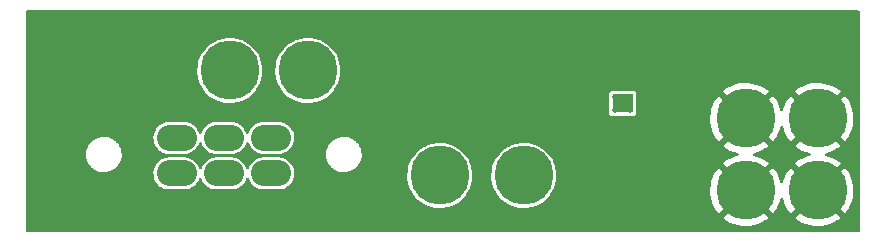
<source format=gbl>
G04 #@! TF.GenerationSoftware,KiCad,Pcbnew,6.0.8-f2edbf62ab~116~ubuntu20.04.1*
G04 #@! TF.CreationDate,2022-11-14T20:50:25-05:00*
G04 #@! TF.ProjectId,solar_lights,736f6c61-725f-46c6-9967-6874732e6b69,rev?*
G04 #@! TF.SameCoordinates,Original*
G04 #@! TF.FileFunction,Copper,L2,Bot*
G04 #@! TF.FilePolarity,Positive*
%FSLAX46Y46*%
G04 Gerber Fmt 4.6, Leading zero omitted, Abs format (unit mm)*
G04 Created by KiCad (PCBNEW 6.0.8-f2edbf62ab~116~ubuntu20.04.1) date 2022-11-14 20:50:25*
%MOMM*%
%LPD*%
G01*
G04 APERTURE LIST*
G04 #@! TA.AperFunction,ComponentPad*
%ADD10O,3.400000X2.200000*%
G04 #@! TD*
G04 #@! TA.AperFunction,ConnectorPad*
%ADD11C,5.000000*%
G04 #@! TD*
G04 #@! TA.AperFunction,ComponentPad*
%ADD12C,2.900000*%
G04 #@! TD*
G04 #@! TA.AperFunction,ComponentPad*
%ADD13C,0.500000*%
G04 #@! TD*
G04 #@! TA.AperFunction,SMDPad,CuDef*
%ADD14R,1.800000X1.600000*%
G04 #@! TD*
G04 #@! TA.AperFunction,ViaPad*
%ADD15C,0.800000*%
G04 #@! TD*
G04 APERTURE END LIST*
D10*
X142683500Y-111331000D03*
X138683500Y-111331000D03*
X134683500Y-111331000D03*
X142683500Y-108331000D03*
X138683500Y-108331000D03*
X134683500Y-108331000D03*
D11*
X164084000Y-111506000D03*
D12*
X164084000Y-111506000D03*
X145796000Y-102616000D03*
D11*
X145796000Y-102616000D03*
D12*
X139192000Y-102616000D03*
D11*
X139192000Y-102616000D03*
X188976000Y-106680000D03*
D12*
X188976000Y-106680000D03*
X182880000Y-112776000D03*
D11*
X182880000Y-112776000D03*
X182880000Y-106680000D03*
D12*
X182880000Y-106680000D03*
D13*
X173116000Y-105960000D03*
X171816000Y-105960000D03*
X171816000Y-104860000D03*
D14*
X172466000Y-105410000D03*
D13*
X173116000Y-104860000D03*
D12*
X156972000Y-111506000D03*
D11*
X156972000Y-111506000D03*
D12*
X188976000Y-112776000D03*
D11*
X188976000Y-112776000D03*
D15*
X176276000Y-101600000D03*
X174752000Y-101600000D03*
X172466000Y-109220000D03*
G04 #@! TA.AperFunction,Conductor*
G36*
X192474121Y-97556002D02*
G01*
X192520614Y-97609658D01*
X192532000Y-97662000D01*
X192532000Y-116206000D01*
X192511998Y-116274121D01*
X192458342Y-116320614D01*
X192406000Y-116332000D01*
X122046000Y-116332000D01*
X121977879Y-116311998D01*
X121931386Y-116258342D01*
X121920000Y-116206000D01*
X121920000Y-115077681D01*
X180943860Y-115077681D01*
X180943878Y-115077933D01*
X180949793Y-115086677D01*
X180981111Y-115115174D01*
X180986748Y-115119738D01*
X181262544Y-115317918D01*
X181268682Y-115321813D01*
X181565435Y-115486984D01*
X181571955Y-115490136D01*
X181885738Y-115620109D01*
X181892589Y-115622495D01*
X182219212Y-115715536D01*
X182226301Y-115717120D01*
X182561465Y-115772006D01*
X182568671Y-115772763D01*
X182907926Y-115788762D01*
X182915176Y-115788686D01*
X183254010Y-115765587D01*
X183261219Y-115764676D01*
X183595160Y-115702784D01*
X183602190Y-115701057D01*
X183926819Y-115601187D01*
X183933597Y-115598667D01*
X184244603Y-115462145D01*
X184251043Y-115458864D01*
X184544293Y-115287502D01*
X184550326Y-115283493D01*
X184808828Y-115089405D01*
X184817282Y-115078078D01*
X184817065Y-115077681D01*
X187039860Y-115077681D01*
X187039878Y-115077933D01*
X187045793Y-115086677D01*
X187077111Y-115115174D01*
X187082748Y-115119738D01*
X187358544Y-115317918D01*
X187364682Y-115321813D01*
X187661435Y-115486984D01*
X187667955Y-115490136D01*
X187981738Y-115620109D01*
X187988589Y-115622495D01*
X188315212Y-115715536D01*
X188322301Y-115717120D01*
X188657465Y-115772006D01*
X188664671Y-115772763D01*
X189003926Y-115788762D01*
X189011176Y-115788686D01*
X189350010Y-115765587D01*
X189357219Y-115764676D01*
X189691160Y-115702784D01*
X189698190Y-115701057D01*
X190022819Y-115601187D01*
X190029597Y-115598667D01*
X190340603Y-115462145D01*
X190347043Y-115458864D01*
X190640293Y-115287502D01*
X190646326Y-115283493D01*
X190904828Y-115089405D01*
X190913282Y-115078078D01*
X190906537Y-115065748D01*
X188988810Y-113148020D01*
X188974869Y-113140408D01*
X188973034Y-113140539D01*
X188966420Y-113144790D01*
X187047474Y-115063737D01*
X187039860Y-115077681D01*
X184817065Y-115077681D01*
X184810537Y-115065748D01*
X182892810Y-113148020D01*
X182878869Y-113140408D01*
X182877034Y-113140539D01*
X182870420Y-113144790D01*
X180951474Y-115063737D01*
X180943860Y-115077681D01*
X121920000Y-115077681D01*
X121920000Y-111266964D01*
X132725612Y-111266964D01*
X132734236Y-111496669D01*
X132781439Y-111721637D01*
X132865872Y-111935436D01*
X132868643Y-111940002D01*
X132979376Y-112122484D01*
X132985121Y-112131952D01*
X132988616Y-112135980D01*
X132988617Y-112135981D01*
X133071734Y-112231764D01*
X133135776Y-112305566D01*
X133139907Y-112308953D01*
X133309401Y-112447931D01*
X133309407Y-112447935D01*
X133313529Y-112451315D01*
X133318165Y-112453954D01*
X133318168Y-112453956D01*
X133435936Y-112520993D01*
X133513298Y-112565030D01*
X133639998Y-112611020D01*
X133724356Y-112641641D01*
X133724360Y-112641642D01*
X133729371Y-112643461D01*
X133734620Y-112644410D01*
X133734623Y-112644411D01*
X133814471Y-112658849D01*
X133955569Y-112684364D01*
X133959708Y-112684559D01*
X133959715Y-112684560D01*
X133978170Y-112685430D01*
X133978177Y-112685430D01*
X133979658Y-112685500D01*
X135341212Y-112685500D01*
X135420944Y-112678735D01*
X135507233Y-112671413D01*
X135507237Y-112671412D01*
X135512544Y-112670962D01*
X135517699Y-112669624D01*
X135517705Y-112669623D01*
X135729868Y-112614556D01*
X135729867Y-112614556D01*
X135735039Y-112613214D01*
X135916046Y-112531676D01*
X135939762Y-112520993D01*
X135939765Y-112520992D01*
X135944623Y-112518803D01*
X136135303Y-112390430D01*
X136301628Y-112231764D01*
X136438842Y-112047342D01*
X136463061Y-111999708D01*
X136540602Y-111847194D01*
X136540602Y-111847193D01*
X136543020Y-111842438D01*
X136562863Y-111778534D01*
X136602165Y-111719410D01*
X136667194Y-111690919D01*
X136737303Y-111702108D01*
X136790234Y-111749426D01*
X136800387Y-111769617D01*
X136817344Y-111812555D01*
X136865872Y-111935436D01*
X136868643Y-111940002D01*
X136979376Y-112122484D01*
X136985121Y-112131952D01*
X136988616Y-112135980D01*
X136988617Y-112135981D01*
X137071734Y-112231764D01*
X137135776Y-112305566D01*
X137139907Y-112308953D01*
X137309401Y-112447931D01*
X137309407Y-112447935D01*
X137313529Y-112451315D01*
X137318165Y-112453954D01*
X137318168Y-112453956D01*
X137435936Y-112520993D01*
X137513298Y-112565030D01*
X137639998Y-112611020D01*
X137724356Y-112641641D01*
X137724360Y-112641642D01*
X137729371Y-112643461D01*
X137734620Y-112644410D01*
X137734623Y-112644411D01*
X137814471Y-112658849D01*
X137955569Y-112684364D01*
X137959708Y-112684559D01*
X137959715Y-112684560D01*
X137978170Y-112685430D01*
X137978177Y-112685430D01*
X137979658Y-112685500D01*
X139341212Y-112685500D01*
X139420944Y-112678735D01*
X139507233Y-112671413D01*
X139507237Y-112671412D01*
X139512544Y-112670962D01*
X139517699Y-112669624D01*
X139517705Y-112669623D01*
X139729868Y-112614556D01*
X139729867Y-112614556D01*
X139735039Y-112613214D01*
X139916046Y-112531676D01*
X139939762Y-112520993D01*
X139939765Y-112520992D01*
X139944623Y-112518803D01*
X140135303Y-112390430D01*
X140301628Y-112231764D01*
X140438842Y-112047342D01*
X140463061Y-111999708D01*
X140540602Y-111847194D01*
X140540602Y-111847193D01*
X140543020Y-111842438D01*
X140562863Y-111778534D01*
X140602165Y-111719410D01*
X140667194Y-111690919D01*
X140737303Y-111702108D01*
X140790234Y-111749426D01*
X140800387Y-111769617D01*
X140817344Y-111812555D01*
X140865872Y-111935436D01*
X140868643Y-111940002D01*
X140979376Y-112122484D01*
X140985121Y-112131952D01*
X140988616Y-112135980D01*
X140988617Y-112135981D01*
X141071734Y-112231764D01*
X141135776Y-112305566D01*
X141139907Y-112308953D01*
X141309401Y-112447931D01*
X141309407Y-112447935D01*
X141313529Y-112451315D01*
X141318165Y-112453954D01*
X141318168Y-112453956D01*
X141435936Y-112520993D01*
X141513298Y-112565030D01*
X141639998Y-112611020D01*
X141724356Y-112641641D01*
X141724360Y-112641642D01*
X141729371Y-112643461D01*
X141734620Y-112644410D01*
X141734623Y-112644411D01*
X141814471Y-112658849D01*
X141955569Y-112684364D01*
X141959708Y-112684559D01*
X141959715Y-112684560D01*
X141978170Y-112685430D01*
X141978177Y-112685430D01*
X141979658Y-112685500D01*
X143341212Y-112685500D01*
X143420944Y-112678735D01*
X143507233Y-112671413D01*
X143507237Y-112671412D01*
X143512544Y-112670962D01*
X143517699Y-112669624D01*
X143517705Y-112669623D01*
X143729868Y-112614556D01*
X143729867Y-112614556D01*
X143735039Y-112613214D01*
X143916046Y-112531676D01*
X143939762Y-112520993D01*
X143939765Y-112520992D01*
X143944623Y-112518803D01*
X144135303Y-112390430D01*
X144301628Y-112231764D01*
X144438842Y-112047342D01*
X144463061Y-111999708D01*
X144540602Y-111847194D01*
X144540602Y-111847193D01*
X144543020Y-111842438D01*
X144611185Y-111622911D01*
X144630511Y-111477103D01*
X154212616Y-111477103D01*
X154212805Y-111480895D01*
X154227179Y-111769617D01*
X154229130Y-111808816D01*
X154229771Y-111812547D01*
X154229772Y-111812555D01*
X154281020Y-112110796D01*
X154285375Y-112136142D01*
X154286463Y-112139781D01*
X154286464Y-112139784D01*
X154362315Y-112393410D01*
X154380537Y-112454341D01*
X154382050Y-112457812D01*
X154382052Y-112457818D01*
X154473425Y-112667462D01*
X154513236Y-112758803D01*
X154515159Y-112762074D01*
X154515161Y-112762078D01*
X154679629Y-113041847D01*
X154679634Y-113041855D01*
X154681552Y-113045117D01*
X154883046Y-113309137D01*
X154885694Y-113311856D01*
X154885699Y-113311861D01*
X155112152Y-113544322D01*
X155114798Y-113547038D01*
X155117742Y-113549409D01*
X155117745Y-113549412D01*
X155188810Y-113606652D01*
X155373453Y-113755374D01*
X155655264Y-113931127D01*
X155956147Y-114071751D01*
X156271746Y-114175209D01*
X156597488Y-114240003D01*
X156601261Y-114240290D01*
X156601268Y-114240291D01*
X156924878Y-114264908D01*
X156924883Y-114264908D01*
X156928655Y-114265195D01*
X157260450Y-114250418D01*
X157588067Y-114195888D01*
X157591701Y-114194822D01*
X157591705Y-114194821D01*
X157733975Y-114153083D01*
X157906759Y-114102393D01*
X158211912Y-113971290D01*
X158499103Y-113804475D01*
X158764175Y-113604367D01*
X159003286Y-113373863D01*
X159008090Y-113367963D01*
X159210582Y-113119239D01*
X159210583Y-113119238D01*
X159212973Y-113116302D01*
X159214995Y-113113098D01*
X159388176Y-112838623D01*
X159388179Y-112838617D01*
X159390199Y-112835416D01*
X159532397Y-112535273D01*
X159637506Y-112220220D01*
X159704005Y-111894822D01*
X159730930Y-111563791D01*
X159731535Y-111506000D01*
X159730973Y-111496669D01*
X159729793Y-111477103D01*
X161324616Y-111477103D01*
X161324805Y-111480895D01*
X161339179Y-111769617D01*
X161341130Y-111808816D01*
X161341771Y-111812547D01*
X161341772Y-111812555D01*
X161393020Y-112110796D01*
X161397375Y-112136142D01*
X161398463Y-112139781D01*
X161398464Y-112139784D01*
X161474315Y-112393410D01*
X161492537Y-112454341D01*
X161494050Y-112457812D01*
X161494052Y-112457818D01*
X161585425Y-112667462D01*
X161625236Y-112758803D01*
X161627159Y-112762074D01*
X161627161Y-112762078D01*
X161791629Y-113041847D01*
X161791634Y-113041855D01*
X161793552Y-113045117D01*
X161995046Y-113309137D01*
X161997694Y-113311856D01*
X161997699Y-113311861D01*
X162224152Y-113544322D01*
X162226798Y-113547038D01*
X162229742Y-113549409D01*
X162229745Y-113549412D01*
X162300810Y-113606652D01*
X162485453Y-113755374D01*
X162767264Y-113931127D01*
X163068147Y-114071751D01*
X163383746Y-114175209D01*
X163709488Y-114240003D01*
X163713261Y-114240290D01*
X163713268Y-114240291D01*
X164036878Y-114264908D01*
X164036883Y-114264908D01*
X164040655Y-114265195D01*
X164372450Y-114250418D01*
X164700067Y-114195888D01*
X164703701Y-114194822D01*
X164703705Y-114194821D01*
X164845975Y-114153083D01*
X165018759Y-114102393D01*
X165323912Y-113971290D01*
X165611103Y-113804475D01*
X165876175Y-113604367D01*
X166115286Y-113373863D01*
X166120090Y-113367963D01*
X166322582Y-113119239D01*
X166322583Y-113119238D01*
X166324973Y-113116302D01*
X166326995Y-113113098D01*
X166500176Y-112838623D01*
X166500179Y-112838617D01*
X166502199Y-112835416D01*
X166573467Y-112684987D01*
X179868484Y-112684987D01*
X179877374Y-113024505D01*
X179877980Y-113031721D01*
X179925835Y-113367963D01*
X179927269Y-113375074D01*
X180013455Y-113703595D01*
X180015692Y-113710478D01*
X180139064Y-114026914D01*
X180142081Y-114033503D01*
X180301002Y-114333652D01*
X180304761Y-114339860D01*
X180497129Y-114619757D01*
X180501574Y-114625486D01*
X180568743Y-114702484D01*
X180581917Y-114710888D01*
X180591769Y-114705020D01*
X182507980Y-112788810D01*
X182514357Y-112777131D01*
X183244408Y-112777131D01*
X183244539Y-112778966D01*
X183248790Y-112785580D01*
X185166268Y-114703057D01*
X185179622Y-114710349D01*
X185189594Y-114703295D01*
X185296641Y-114575267D01*
X185300957Y-114569456D01*
X185487432Y-114285575D01*
X185491046Y-114279313D01*
X185643658Y-113975882D01*
X185646530Y-113969244D01*
X185763249Y-113650293D01*
X185765348Y-113643338D01*
X185805121Y-113477676D01*
X185840473Y-113416107D01*
X185903499Y-113383425D01*
X185974190Y-113390006D01*
X186030102Y-113433760D01*
X186049515Y-113475118D01*
X186109454Y-113703590D01*
X186111692Y-113710478D01*
X186235064Y-114026914D01*
X186238081Y-114033503D01*
X186397002Y-114333652D01*
X186400761Y-114339860D01*
X186593129Y-114619757D01*
X186597574Y-114625486D01*
X186664743Y-114702484D01*
X186677917Y-114710888D01*
X186687769Y-114705020D01*
X188603980Y-112788810D01*
X188610357Y-112777131D01*
X189340408Y-112777131D01*
X189340539Y-112778966D01*
X189344790Y-112785580D01*
X191262268Y-114703057D01*
X191275622Y-114710349D01*
X191285594Y-114703295D01*
X191392641Y-114575267D01*
X191396957Y-114569456D01*
X191583432Y-114285575D01*
X191587046Y-114279313D01*
X191739658Y-113975882D01*
X191742530Y-113969244D01*
X191859249Y-113650293D01*
X191861345Y-113643351D01*
X191940631Y-113313103D01*
X191941915Y-113305964D01*
X191982816Y-112967973D01*
X191983240Y-112962403D01*
X191989010Y-112778797D01*
X191988937Y-112773204D01*
X191969338Y-112433303D01*
X191968506Y-112426113D01*
X191910113Y-112091529D01*
X191908458Y-112084474D01*
X191811998Y-111758834D01*
X191809540Y-111752006D01*
X191676290Y-111439608D01*
X191673073Y-111433125D01*
X191504788Y-111138089D01*
X191500856Y-111132034D01*
X191299774Y-110858295D01*
X191295166Y-110852726D01*
X191289830Y-110846984D01*
X191276178Y-110838866D01*
X191275570Y-110838887D01*
X191267092Y-110844119D01*
X189348020Y-112763190D01*
X189340408Y-112777131D01*
X188610357Y-112777131D01*
X188611592Y-112774869D01*
X188611461Y-112773034D01*
X188607210Y-112766420D01*
X186688374Y-110847585D01*
X186675581Y-110840599D01*
X186664827Y-110848464D01*
X186504037Y-111053527D01*
X186499902Y-111059476D01*
X186322440Y-111349068D01*
X186319019Y-111355447D01*
X186176016Y-111663522D01*
X186173356Y-111670241D01*
X186066711Y-111992707D01*
X186064835Y-111999708D01*
X186052383Y-112059835D01*
X186018982Y-112122484D01*
X185957013Y-112157130D01*
X185886150Y-112152773D01*
X185828892Y-112110796D01*
X185808190Y-112070069D01*
X185715998Y-111758834D01*
X185713540Y-111752006D01*
X185580290Y-111439608D01*
X185577073Y-111433125D01*
X185408788Y-111138089D01*
X185404856Y-111132034D01*
X185203774Y-110858295D01*
X185199166Y-110852726D01*
X185193830Y-110846984D01*
X185180178Y-110838866D01*
X185179570Y-110838887D01*
X185171092Y-110844119D01*
X183252020Y-112763190D01*
X183244408Y-112777131D01*
X182514357Y-112777131D01*
X182515592Y-112774869D01*
X182515461Y-112773034D01*
X182511210Y-112766420D01*
X180592374Y-110847585D01*
X180579581Y-110840599D01*
X180568827Y-110848464D01*
X180408037Y-111053527D01*
X180403902Y-111059476D01*
X180226440Y-111349068D01*
X180223019Y-111355447D01*
X180080016Y-111663522D01*
X180077356Y-111670241D01*
X179970711Y-111992707D01*
X179968834Y-111999711D01*
X179899961Y-112332288D01*
X179898904Y-112339449D01*
X179868712Y-112677735D01*
X179868484Y-112684987D01*
X166573467Y-112684987D01*
X166644397Y-112535273D01*
X166749506Y-112220220D01*
X166816005Y-111894822D01*
X166842930Y-111563791D01*
X166843535Y-111506000D01*
X166842973Y-111496669D01*
X166823777Y-111178256D01*
X166823777Y-111178252D01*
X166823549Y-111174478D01*
X166822852Y-111170662D01*
X166764559Y-110851481D01*
X166764558Y-110851477D01*
X166763879Y-110847759D01*
X166755177Y-110819732D01*
X166692976Y-110619413D01*
X166665391Y-110530574D01*
X166654913Y-110507203D01*
X166571969Y-110322214D01*
X166529510Y-110227518D01*
X166358205Y-109942982D01*
X166355878Y-109939998D01*
X166355873Y-109939991D01*
X166156294Y-109684082D01*
X166156292Y-109684079D01*
X166153958Y-109681087D01*
X165919726Y-109445626D01*
X165898865Y-109429180D01*
X165661885Y-109242360D01*
X165658904Y-109240010D01*
X165375269Y-109067218D01*
X165212926Y-108993405D01*
X165187141Y-108981681D01*
X180943860Y-108981681D01*
X180943878Y-108981933D01*
X180949793Y-108990677D01*
X180981111Y-109019174D01*
X180986748Y-109023738D01*
X181262544Y-109221918D01*
X181268682Y-109225813D01*
X181565435Y-109390984D01*
X181571955Y-109394136D01*
X181885738Y-109524109D01*
X181892589Y-109526495D01*
X182177758Y-109607727D01*
X182237793Y-109645626D01*
X182267807Y-109709966D01*
X182258272Y-109780319D01*
X182212215Y-109834349D01*
X182170081Y-109852014D01*
X182073264Y-109873124D01*
X182066285Y-109875072D01*
X181744960Y-109985086D01*
X181738253Y-109987823D01*
X181431707Y-110134039D01*
X181425349Y-110137534D01*
X181137654Y-110318005D01*
X181131731Y-110322214D01*
X180953601Y-110464923D01*
X180945132Y-110477048D01*
X180951527Y-110488316D01*
X182086121Y-111622911D01*
X182867190Y-112403980D01*
X182881131Y-112411592D01*
X182882966Y-112411461D01*
X182889580Y-112407210D01*
X184807074Y-110489716D01*
X184814466Y-110476179D01*
X184807679Y-110466479D01*
X184704476Y-110378335D01*
X184698704Y-110373953D01*
X184416796Y-110184519D01*
X184410575Y-110180839D01*
X184108757Y-110025060D01*
X184102146Y-110022116D01*
X183784439Y-109902065D01*
X183777513Y-109899894D01*
X183589098Y-109852568D01*
X183527902Y-109816573D01*
X183495881Y-109753208D01*
X183503201Y-109682590D01*
X183547539Y-109627139D01*
X183591857Y-109608560D01*
X183591633Y-109607650D01*
X183602190Y-109605057D01*
X183926819Y-109505187D01*
X183933597Y-109502667D01*
X184244603Y-109366145D01*
X184251043Y-109362864D01*
X184544293Y-109191502D01*
X184550326Y-109187493D01*
X184808828Y-108993405D01*
X184817282Y-108982078D01*
X184817065Y-108981681D01*
X187039860Y-108981681D01*
X187039878Y-108981933D01*
X187045793Y-108990677D01*
X187077111Y-109019174D01*
X187082748Y-109023738D01*
X187358544Y-109221918D01*
X187364682Y-109225813D01*
X187661435Y-109390984D01*
X187667955Y-109394136D01*
X187981738Y-109524109D01*
X187988589Y-109526495D01*
X188273758Y-109607727D01*
X188333793Y-109645626D01*
X188363807Y-109709966D01*
X188354272Y-109780319D01*
X188308215Y-109834349D01*
X188266081Y-109852014D01*
X188169264Y-109873124D01*
X188162285Y-109875072D01*
X187840960Y-109985086D01*
X187834253Y-109987823D01*
X187527707Y-110134039D01*
X187521349Y-110137534D01*
X187233654Y-110318005D01*
X187227731Y-110322214D01*
X187049601Y-110464923D01*
X187041132Y-110477048D01*
X187047527Y-110488316D01*
X188963190Y-112403980D01*
X188977131Y-112411592D01*
X188978966Y-112411461D01*
X188985580Y-112407210D01*
X190903074Y-110489716D01*
X190910466Y-110476179D01*
X190903679Y-110466479D01*
X190800476Y-110378335D01*
X190794704Y-110373953D01*
X190512796Y-110184519D01*
X190506575Y-110180839D01*
X190204757Y-110025060D01*
X190198146Y-110022116D01*
X189880439Y-109902065D01*
X189873513Y-109899894D01*
X189685098Y-109852568D01*
X189623902Y-109816573D01*
X189591881Y-109753208D01*
X189599201Y-109682590D01*
X189643539Y-109627139D01*
X189687857Y-109608560D01*
X189687633Y-109607650D01*
X189698190Y-109605057D01*
X190022819Y-109505187D01*
X190029597Y-109502667D01*
X190340603Y-109366145D01*
X190347043Y-109362864D01*
X190640293Y-109191502D01*
X190646326Y-109187493D01*
X190904828Y-108993405D01*
X190913282Y-108982078D01*
X190906537Y-108969748D01*
X188988810Y-107052020D01*
X188974869Y-107044408D01*
X188973034Y-107044539D01*
X188966420Y-107048790D01*
X187047474Y-108967737D01*
X187039860Y-108981681D01*
X184817065Y-108981681D01*
X184810537Y-108969748D01*
X182892810Y-107052020D01*
X182878869Y-107044408D01*
X182877034Y-107044539D01*
X182870420Y-107048790D01*
X180951474Y-108967737D01*
X180943860Y-108981681D01*
X165187141Y-108981681D01*
X165076381Y-108931321D01*
X165076373Y-108931318D01*
X165072929Y-108929752D01*
X164756264Y-108829604D01*
X164526465Y-108786391D01*
X164433585Y-108768925D01*
X164433580Y-108768924D01*
X164429861Y-108768225D01*
X164098449Y-108746503D01*
X164094669Y-108746711D01*
X164094668Y-108746711D01*
X163999655Y-108751940D01*
X163766827Y-108764753D01*
X163763100Y-108765414D01*
X163763096Y-108765414D01*
X163504396Y-108811263D01*
X163439799Y-108822711D01*
X163436174Y-108823816D01*
X163436169Y-108823817D01*
X163308730Y-108862658D01*
X163122103Y-108919538D01*
X162818341Y-109053830D01*
X162687029Y-109131952D01*
X162561328Y-109206736D01*
X162532911Y-109223642D01*
X162529910Y-109225957D01*
X162529906Y-109225960D01*
X162514255Y-109238035D01*
X162269950Y-109426515D01*
X162267249Y-109429174D01*
X162267242Y-109429180D01*
X162066150Y-109627139D01*
X162033266Y-109659511D01*
X162030902Y-109662478D01*
X162030899Y-109662481D01*
X161861493Y-109875072D01*
X161826287Y-109919253D01*
X161652012Y-110201980D01*
X161512965Y-110503596D01*
X161411161Y-110819732D01*
X161410442Y-110823448D01*
X161410440Y-110823456D01*
X161349614Y-111137842D01*
X161348073Y-111145808D01*
X161347806Y-111149584D01*
X161347805Y-111149589D01*
X161327730Y-111433125D01*
X161324616Y-111477103D01*
X159729793Y-111477103D01*
X159711777Y-111178256D01*
X159711777Y-111178252D01*
X159711549Y-111174478D01*
X159710852Y-111170662D01*
X159652559Y-110851481D01*
X159652558Y-110851477D01*
X159651879Y-110847759D01*
X159643177Y-110819732D01*
X159580976Y-110619413D01*
X159553391Y-110530574D01*
X159542913Y-110507203D01*
X159459969Y-110322214D01*
X159417510Y-110227518D01*
X159246205Y-109942982D01*
X159243878Y-109939998D01*
X159243873Y-109939991D01*
X159044294Y-109684082D01*
X159044292Y-109684079D01*
X159041958Y-109681087D01*
X158807726Y-109445626D01*
X158786865Y-109429180D01*
X158549885Y-109242360D01*
X158546904Y-109240010D01*
X158263269Y-109067218D01*
X158100926Y-108993405D01*
X157964381Y-108931321D01*
X157964373Y-108931318D01*
X157960929Y-108929752D01*
X157644264Y-108829604D01*
X157414465Y-108786391D01*
X157321585Y-108768925D01*
X157321580Y-108768924D01*
X157317861Y-108768225D01*
X156986449Y-108746503D01*
X156982669Y-108746711D01*
X156982668Y-108746711D01*
X156887655Y-108751940D01*
X156654827Y-108764753D01*
X156651100Y-108765414D01*
X156651096Y-108765414D01*
X156392396Y-108811263D01*
X156327799Y-108822711D01*
X156324174Y-108823816D01*
X156324169Y-108823817D01*
X156196730Y-108862658D01*
X156010103Y-108919538D01*
X155706341Y-109053830D01*
X155575029Y-109131952D01*
X155449328Y-109206736D01*
X155420911Y-109223642D01*
X155417910Y-109225957D01*
X155417906Y-109225960D01*
X155402255Y-109238035D01*
X155157950Y-109426515D01*
X155155249Y-109429174D01*
X155155242Y-109429180D01*
X154954150Y-109627139D01*
X154921266Y-109659511D01*
X154918902Y-109662478D01*
X154918899Y-109662481D01*
X154749493Y-109875072D01*
X154714287Y-109919253D01*
X154540012Y-110201980D01*
X154400965Y-110503596D01*
X154299161Y-110819732D01*
X154298442Y-110823448D01*
X154298440Y-110823456D01*
X154237614Y-111137842D01*
X154236073Y-111145808D01*
X154235806Y-111149584D01*
X154235805Y-111149589D01*
X154215730Y-111433125D01*
X154212616Y-111477103D01*
X144630511Y-111477103D01*
X144631013Y-111473314D01*
X144640688Y-111400319D01*
X144640688Y-111400316D01*
X144641388Y-111395036D01*
X144632764Y-111165331D01*
X144585561Y-110940363D01*
X144501128Y-110726564D01*
X144381879Y-110530048D01*
X144358925Y-110503596D01*
X144234724Y-110360467D01*
X144234722Y-110360465D01*
X144231224Y-110356434D01*
X144132215Y-110275251D01*
X144057599Y-110214069D01*
X144057593Y-110214065D01*
X144053471Y-110210685D01*
X144048835Y-110208046D01*
X144048832Y-110208044D01*
X143858345Y-110099613D01*
X143858346Y-110099613D01*
X143853702Y-110096970D01*
X143717261Y-110047444D01*
X143642644Y-110020359D01*
X143642640Y-110020358D01*
X143637629Y-110018539D01*
X143632380Y-110017590D01*
X143632377Y-110017589D01*
X143552529Y-110003151D01*
X143411431Y-109977636D01*
X143407292Y-109977441D01*
X143407285Y-109977440D01*
X143388830Y-109976570D01*
X143388823Y-109976570D01*
X143387342Y-109976500D01*
X142025788Y-109976500D01*
X141946056Y-109983265D01*
X141859767Y-109990587D01*
X141859763Y-109990588D01*
X141854456Y-109991038D01*
X141849301Y-109992376D01*
X141849295Y-109992377D01*
X141719544Y-110026054D01*
X141631961Y-110048786D01*
X141524997Y-110096970D01*
X141427238Y-110141007D01*
X141427235Y-110141008D01*
X141422377Y-110143197D01*
X141231697Y-110271570D01*
X141227840Y-110275249D01*
X141227838Y-110275251D01*
X141178608Y-110322214D01*
X141065372Y-110430236D01*
X140928158Y-110614658D01*
X140925742Y-110619409D01*
X140925740Y-110619413D01*
X140844166Y-110779858D01*
X140823980Y-110819562D01*
X140813683Y-110852726D01*
X140804138Y-110883465D01*
X140764835Y-110942590D01*
X140699806Y-110971081D01*
X140629697Y-110959892D01*
X140576766Y-110912574D01*
X140566613Y-110892383D01*
X140503089Y-110731530D01*
X140501128Y-110726564D01*
X140381879Y-110530048D01*
X140358925Y-110503596D01*
X140234724Y-110360467D01*
X140234722Y-110360465D01*
X140231224Y-110356434D01*
X140132215Y-110275251D01*
X140057599Y-110214069D01*
X140057593Y-110214065D01*
X140053471Y-110210685D01*
X140048835Y-110208046D01*
X140048832Y-110208044D01*
X139858345Y-110099613D01*
X139858346Y-110099613D01*
X139853702Y-110096970D01*
X139717261Y-110047444D01*
X139642644Y-110020359D01*
X139642640Y-110020358D01*
X139637629Y-110018539D01*
X139632380Y-110017590D01*
X139632377Y-110017589D01*
X139552529Y-110003151D01*
X139411431Y-109977636D01*
X139407292Y-109977441D01*
X139407285Y-109977440D01*
X139388830Y-109976570D01*
X139388823Y-109976570D01*
X139387342Y-109976500D01*
X138025788Y-109976500D01*
X137946056Y-109983265D01*
X137859767Y-109990587D01*
X137859763Y-109990588D01*
X137854456Y-109991038D01*
X137849301Y-109992376D01*
X137849295Y-109992377D01*
X137719544Y-110026054D01*
X137631961Y-110048786D01*
X137524997Y-110096970D01*
X137427238Y-110141007D01*
X137427235Y-110141008D01*
X137422377Y-110143197D01*
X137231697Y-110271570D01*
X137227840Y-110275249D01*
X137227838Y-110275251D01*
X137178608Y-110322214D01*
X137065372Y-110430236D01*
X136928158Y-110614658D01*
X136925742Y-110619409D01*
X136925740Y-110619413D01*
X136844166Y-110779858D01*
X136823980Y-110819562D01*
X136813683Y-110852726D01*
X136804138Y-110883465D01*
X136764835Y-110942590D01*
X136699806Y-110971081D01*
X136629697Y-110959892D01*
X136576766Y-110912574D01*
X136566613Y-110892383D01*
X136503089Y-110731530D01*
X136501128Y-110726564D01*
X136381879Y-110530048D01*
X136358925Y-110503596D01*
X136234724Y-110360467D01*
X136234722Y-110360465D01*
X136231224Y-110356434D01*
X136132215Y-110275251D01*
X136057599Y-110214069D01*
X136057593Y-110214065D01*
X136053471Y-110210685D01*
X136048835Y-110208046D01*
X136048832Y-110208044D01*
X135858345Y-110099613D01*
X135858346Y-110099613D01*
X135853702Y-110096970D01*
X135717261Y-110047444D01*
X135642644Y-110020359D01*
X135642640Y-110020358D01*
X135637629Y-110018539D01*
X135632380Y-110017590D01*
X135632377Y-110017589D01*
X135552529Y-110003151D01*
X135411431Y-109977636D01*
X135407292Y-109977441D01*
X135407285Y-109977440D01*
X135388830Y-109976570D01*
X135388823Y-109976570D01*
X135387342Y-109976500D01*
X134025788Y-109976500D01*
X133946056Y-109983265D01*
X133859767Y-109990587D01*
X133859763Y-109990588D01*
X133854456Y-109991038D01*
X133849301Y-109992376D01*
X133849295Y-109992377D01*
X133719544Y-110026054D01*
X133631961Y-110048786D01*
X133524997Y-110096970D01*
X133427238Y-110141007D01*
X133427235Y-110141008D01*
X133422377Y-110143197D01*
X133231697Y-110271570D01*
X133227840Y-110275249D01*
X133227838Y-110275251D01*
X133178608Y-110322214D01*
X133065372Y-110430236D01*
X132928158Y-110614658D01*
X132925742Y-110619409D01*
X132925740Y-110619413D01*
X132844166Y-110779858D01*
X132823980Y-110819562D01*
X132755815Y-111039089D01*
X132755114Y-111044378D01*
X132730331Y-111231363D01*
X132725612Y-111266964D01*
X121920000Y-111266964D01*
X121920000Y-109780677D01*
X127015524Y-109780677D01*
X127043351Y-110021176D01*
X127044730Y-110026050D01*
X127044731Y-110026054D01*
X127096229Y-110208044D01*
X127109271Y-110254133D01*
X127111406Y-110258712D01*
X127111407Y-110258714D01*
X127139055Y-110318005D01*
X127211589Y-110473553D01*
X127214430Y-110477734D01*
X127214431Y-110477735D01*
X127249172Y-110528854D01*
X127248556Y-110529272D01*
X127249720Y-110530420D01*
X127249905Y-110530281D01*
X127249935Y-110530321D01*
X127250597Y-110531203D01*
X127250797Y-110531482D01*
X127250834Y-110531519D01*
X127252393Y-110533595D01*
X127253809Y-110535679D01*
X127253898Y-110535820D01*
X127254035Y-110536011D01*
X127347671Y-110673793D01*
X127351148Y-110677470D01*
X127351153Y-110677476D01*
X127396137Y-110725044D01*
X127395584Y-110725567D01*
X127397601Y-110726994D01*
X127398083Y-110727636D01*
X127401809Y-110731197D01*
X127402140Y-110731570D01*
X127405516Y-110734963D01*
X127447972Y-110779858D01*
X127514018Y-110849699D01*
X127518035Y-110852770D01*
X127518038Y-110852773D01*
X127572578Y-110894472D01*
X127573084Y-110894870D01*
X127576468Y-110898104D01*
X127580740Y-110901018D01*
X127581645Y-110901636D01*
X127587166Y-110905626D01*
X127702327Y-110993674D01*
X127702338Y-110993681D01*
X127706348Y-110996747D01*
X127770786Y-111031298D01*
X127773421Y-111032754D01*
X127776029Y-111034236D01*
X127780300Y-111037149D01*
X127784986Y-111039324D01*
X127784989Y-111039326D01*
X127787427Y-111040458D01*
X127793912Y-111043699D01*
X127919715Y-111111153D01*
X127980359Y-111132034D01*
X127991084Y-111135727D01*
X127994543Y-111137121D01*
X127994561Y-111137071D01*
X127999403Y-111138853D01*
X128004104Y-111141035D01*
X128012723Y-111143425D01*
X128020036Y-111145697D01*
X128148629Y-111189975D01*
X128153618Y-111190837D01*
X128153619Y-111190837D01*
X128227145Y-111203537D01*
X128232988Y-111204848D01*
X128236888Y-111205592D01*
X128241871Y-111206974D01*
X128251403Y-111207993D01*
X128259428Y-111209113D01*
X128387200Y-111231183D01*
X128391161Y-111231363D01*
X128391162Y-111231363D01*
X128414784Y-111232436D01*
X128414803Y-111232436D01*
X128416203Y-111232500D01*
X128584841Y-111232500D01*
X128587349Y-111232298D01*
X128587354Y-111232298D01*
X128760283Y-111218385D01*
X128760288Y-111218384D01*
X128765324Y-111217979D01*
X128770232Y-111216774D01*
X128770235Y-111216773D01*
X128995525Y-111161436D01*
X129000439Y-111160229D01*
X129005091Y-111158254D01*
X129005095Y-111158253D01*
X129218642Y-111067607D01*
X129218643Y-111067607D01*
X129223297Y-111065631D01*
X129428163Y-110936620D01*
X129609768Y-110776514D01*
X129763439Y-110589432D01*
X129835905Y-110464923D01*
X129882680Y-110384556D01*
X129882681Y-110384554D01*
X129885222Y-110380188D01*
X129909092Y-110318005D01*
X129970169Y-110158894D01*
X129970170Y-110158891D01*
X129971984Y-110154165D01*
X130021493Y-109917177D01*
X130022180Y-109902065D01*
X130026728Y-109801888D01*
X130027691Y-109780677D01*
X147335524Y-109780677D01*
X147363351Y-110021176D01*
X147364730Y-110026050D01*
X147364731Y-110026054D01*
X147416229Y-110208044D01*
X147429271Y-110254133D01*
X147431406Y-110258712D01*
X147431407Y-110258714D01*
X147459055Y-110318005D01*
X147531589Y-110473553D01*
X147534430Y-110477734D01*
X147534431Y-110477735D01*
X147569172Y-110528854D01*
X147568556Y-110529272D01*
X147569720Y-110530420D01*
X147569905Y-110530281D01*
X147569935Y-110530321D01*
X147570597Y-110531203D01*
X147570797Y-110531482D01*
X147570834Y-110531519D01*
X147572393Y-110533595D01*
X147573809Y-110535679D01*
X147573898Y-110535820D01*
X147574035Y-110536011D01*
X147667671Y-110673793D01*
X147671148Y-110677470D01*
X147671153Y-110677476D01*
X147716137Y-110725044D01*
X147715584Y-110725567D01*
X147717601Y-110726994D01*
X147718083Y-110727636D01*
X147721809Y-110731197D01*
X147722140Y-110731570D01*
X147725516Y-110734963D01*
X147767972Y-110779858D01*
X147834018Y-110849699D01*
X147838035Y-110852770D01*
X147838038Y-110852773D01*
X147892578Y-110894472D01*
X147893084Y-110894870D01*
X147896468Y-110898104D01*
X147900740Y-110901018D01*
X147901645Y-110901636D01*
X147907166Y-110905626D01*
X148022327Y-110993674D01*
X148022338Y-110993681D01*
X148026348Y-110996747D01*
X148090786Y-111031298D01*
X148093421Y-111032754D01*
X148096029Y-111034236D01*
X148100300Y-111037149D01*
X148104986Y-111039324D01*
X148104989Y-111039326D01*
X148107427Y-111040458D01*
X148113912Y-111043699D01*
X148239715Y-111111153D01*
X148300359Y-111132034D01*
X148311084Y-111135727D01*
X148314543Y-111137121D01*
X148314561Y-111137071D01*
X148319403Y-111138853D01*
X148324104Y-111141035D01*
X148332723Y-111143425D01*
X148340036Y-111145697D01*
X148468629Y-111189975D01*
X148473618Y-111190837D01*
X148473619Y-111190837D01*
X148547145Y-111203537D01*
X148552988Y-111204848D01*
X148556888Y-111205592D01*
X148561871Y-111206974D01*
X148571403Y-111207993D01*
X148579428Y-111209113D01*
X148707200Y-111231183D01*
X148711161Y-111231363D01*
X148711162Y-111231363D01*
X148734784Y-111232436D01*
X148734803Y-111232436D01*
X148736203Y-111232500D01*
X148904841Y-111232500D01*
X148907349Y-111232298D01*
X148907354Y-111232298D01*
X149080283Y-111218385D01*
X149080288Y-111218384D01*
X149085324Y-111217979D01*
X149090232Y-111216774D01*
X149090235Y-111216773D01*
X149315525Y-111161436D01*
X149320439Y-111160229D01*
X149325091Y-111158254D01*
X149325095Y-111158253D01*
X149538642Y-111067607D01*
X149538643Y-111067607D01*
X149543297Y-111065631D01*
X149748163Y-110936620D01*
X149929768Y-110776514D01*
X150083439Y-110589432D01*
X150155905Y-110464923D01*
X150202680Y-110384556D01*
X150202681Y-110384554D01*
X150205222Y-110380188D01*
X150229092Y-110318005D01*
X150290169Y-110158894D01*
X150290170Y-110158891D01*
X150291984Y-110154165D01*
X150341493Y-109917177D01*
X150342180Y-109902065D01*
X150346728Y-109801888D01*
X150352476Y-109675323D01*
X150351817Y-109669623D01*
X150332499Y-109502667D01*
X150324649Y-109434824D01*
X150313136Y-109394136D01*
X150260107Y-109206736D01*
X150260106Y-109206734D01*
X150258729Y-109201867D01*
X150156411Y-108982447D01*
X150118828Y-108927146D01*
X150119444Y-108926728D01*
X150118280Y-108925580D01*
X150118095Y-108925719D01*
X150117991Y-108925580D01*
X150117403Y-108924797D01*
X150117203Y-108924518D01*
X150117166Y-108924481D01*
X150115607Y-108922405D01*
X150114191Y-108920321D01*
X150114102Y-108920180D01*
X150113965Y-108919989D01*
X150020329Y-108782207D01*
X150016852Y-108778530D01*
X150016847Y-108778524D01*
X149971863Y-108730956D01*
X149972416Y-108730433D01*
X149970399Y-108729006D01*
X149969917Y-108728364D01*
X149966191Y-108724803D01*
X149965860Y-108724430D01*
X149962484Y-108721037D01*
X149915436Y-108671286D01*
X149853982Y-108606301D01*
X149849965Y-108603230D01*
X149849962Y-108603227D01*
X149795422Y-108561528D01*
X149794916Y-108561130D01*
X149791532Y-108557896D01*
X149787260Y-108554982D01*
X149786355Y-108554364D01*
X149780834Y-108550374D01*
X149665673Y-108462326D01*
X149665662Y-108462319D01*
X149661652Y-108459253D01*
X149597214Y-108424702D01*
X149594579Y-108423246D01*
X149591971Y-108421764D01*
X149587700Y-108418851D01*
X149583014Y-108416676D01*
X149583011Y-108416674D01*
X149580573Y-108415542D01*
X149574081Y-108412298D01*
X149551741Y-108400319D01*
X149448285Y-108344847D01*
X149376913Y-108320272D01*
X149373457Y-108318879D01*
X149373439Y-108318929D01*
X149368597Y-108317147D01*
X149363896Y-108314965D01*
X149355277Y-108312575D01*
X149347964Y-108310303D01*
X149219371Y-108266025D01*
X149214382Y-108265163D01*
X149214381Y-108265163D01*
X149140855Y-108252463D01*
X149135012Y-108251152D01*
X149131112Y-108250408D01*
X149126129Y-108249026D01*
X149116597Y-108248007D01*
X149108572Y-108246887D01*
X148980800Y-108224817D01*
X148976839Y-108224637D01*
X148976838Y-108224637D01*
X148953216Y-108223564D01*
X148953197Y-108223564D01*
X148951797Y-108223500D01*
X148783159Y-108223500D01*
X148780651Y-108223702D01*
X148780646Y-108223702D01*
X148607717Y-108237615D01*
X148607712Y-108237616D01*
X148602676Y-108238021D01*
X148597768Y-108239226D01*
X148597765Y-108239227D01*
X148372475Y-108294564D01*
X148367561Y-108295771D01*
X148362909Y-108297746D01*
X148362905Y-108297747D01*
X148246308Y-108347240D01*
X148144703Y-108390369D01*
X147939837Y-108519380D01*
X147758232Y-108679486D01*
X147604561Y-108866568D01*
X147482778Y-109075812D01*
X147480965Y-109080535D01*
X147422914Y-109231764D01*
X147396016Y-109301835D01*
X147346507Y-109538823D01*
X147335524Y-109780677D01*
X130027691Y-109780677D01*
X130032476Y-109675323D01*
X130031817Y-109669623D01*
X130012499Y-109502667D01*
X130004649Y-109434824D01*
X129993136Y-109394136D01*
X129940107Y-109206736D01*
X129940106Y-109206734D01*
X129938729Y-109201867D01*
X129836411Y-108982447D01*
X129798828Y-108927146D01*
X129799444Y-108926728D01*
X129798280Y-108925580D01*
X129798095Y-108925719D01*
X129797991Y-108925580D01*
X129797403Y-108924797D01*
X129797203Y-108924518D01*
X129797166Y-108924481D01*
X129795607Y-108922405D01*
X129794191Y-108920321D01*
X129794102Y-108920180D01*
X129793965Y-108919989D01*
X129700329Y-108782207D01*
X129696852Y-108778530D01*
X129696847Y-108778524D01*
X129651863Y-108730956D01*
X129652416Y-108730433D01*
X129650399Y-108729006D01*
X129649917Y-108728364D01*
X129646191Y-108724803D01*
X129645860Y-108724430D01*
X129642484Y-108721037D01*
X129595436Y-108671286D01*
X129533982Y-108606301D01*
X129529965Y-108603230D01*
X129529962Y-108603227D01*
X129475422Y-108561528D01*
X129474916Y-108561130D01*
X129471532Y-108557896D01*
X129467260Y-108554982D01*
X129466355Y-108554364D01*
X129460834Y-108550374D01*
X129345673Y-108462326D01*
X129345662Y-108462319D01*
X129341652Y-108459253D01*
X129277214Y-108424702D01*
X129274579Y-108423246D01*
X129271971Y-108421764D01*
X129267700Y-108418851D01*
X129263014Y-108416676D01*
X129263011Y-108416674D01*
X129260573Y-108415542D01*
X129254081Y-108412298D01*
X129231741Y-108400319D01*
X129128285Y-108344847D01*
X129056913Y-108320272D01*
X129053457Y-108318879D01*
X129053439Y-108318929D01*
X129048597Y-108317147D01*
X129043896Y-108314965D01*
X129035277Y-108312575D01*
X129027964Y-108310303D01*
X128902098Y-108266964D01*
X132725612Y-108266964D01*
X132725812Y-108272293D01*
X132725812Y-108272294D01*
X132726768Y-108297747D01*
X132734236Y-108496669D01*
X132781439Y-108721637D01*
X132821094Y-108822050D01*
X132863176Y-108928608D01*
X132865872Y-108935436D01*
X132985121Y-109131952D01*
X132988616Y-109135980D01*
X132988617Y-109135981D01*
X133128435Y-109297106D01*
X133135776Y-109305566D01*
X133139907Y-109308953D01*
X133309401Y-109447931D01*
X133309407Y-109447935D01*
X133313529Y-109451315D01*
X133318165Y-109453954D01*
X133318168Y-109453956D01*
X133458556Y-109533869D01*
X133513298Y-109565030D01*
X133623570Y-109605057D01*
X133724356Y-109641641D01*
X133724360Y-109641642D01*
X133729371Y-109643461D01*
X133734620Y-109644410D01*
X133734623Y-109644411D01*
X133803386Y-109656845D01*
X133955569Y-109684364D01*
X133959708Y-109684559D01*
X133959715Y-109684560D01*
X133978170Y-109685430D01*
X133978177Y-109685430D01*
X133979658Y-109685500D01*
X135341212Y-109685500D01*
X135424981Y-109678392D01*
X135507233Y-109671413D01*
X135507237Y-109671412D01*
X135512544Y-109670962D01*
X135517699Y-109669624D01*
X135517705Y-109669623D01*
X135729868Y-109614556D01*
X135729867Y-109614556D01*
X135735039Y-109613214D01*
X135888959Y-109543878D01*
X135939762Y-109520993D01*
X135939765Y-109520992D01*
X135944623Y-109518803D01*
X136135303Y-109390430D01*
X136301628Y-109231764D01*
X136438842Y-109047342D01*
X136453164Y-109019174D01*
X136540602Y-108847194D01*
X136540602Y-108847193D01*
X136543020Y-108842438D01*
X136562863Y-108778534D01*
X136602165Y-108719410D01*
X136667194Y-108690919D01*
X136737303Y-108702108D01*
X136790234Y-108749426D01*
X136800387Y-108769617D01*
X136865872Y-108935436D01*
X136985121Y-109131952D01*
X136988616Y-109135980D01*
X136988617Y-109135981D01*
X137128435Y-109297106D01*
X137135776Y-109305566D01*
X137139907Y-109308953D01*
X137309401Y-109447931D01*
X137309407Y-109447935D01*
X137313529Y-109451315D01*
X137318165Y-109453954D01*
X137318168Y-109453956D01*
X137458556Y-109533869D01*
X137513298Y-109565030D01*
X137623570Y-109605057D01*
X137724356Y-109641641D01*
X137724360Y-109641642D01*
X137729371Y-109643461D01*
X137734620Y-109644410D01*
X137734623Y-109644411D01*
X137803386Y-109656845D01*
X137955569Y-109684364D01*
X137959708Y-109684559D01*
X137959715Y-109684560D01*
X137978170Y-109685430D01*
X137978177Y-109685430D01*
X137979658Y-109685500D01*
X139341212Y-109685500D01*
X139424981Y-109678392D01*
X139507233Y-109671413D01*
X139507237Y-109671412D01*
X139512544Y-109670962D01*
X139517699Y-109669624D01*
X139517705Y-109669623D01*
X139729868Y-109614556D01*
X139729867Y-109614556D01*
X139735039Y-109613214D01*
X139888959Y-109543878D01*
X139939762Y-109520993D01*
X139939765Y-109520992D01*
X139944623Y-109518803D01*
X140135303Y-109390430D01*
X140301628Y-109231764D01*
X140438842Y-109047342D01*
X140453164Y-109019174D01*
X140540602Y-108847194D01*
X140540602Y-108847193D01*
X140543020Y-108842438D01*
X140562863Y-108778534D01*
X140602165Y-108719410D01*
X140667194Y-108690919D01*
X140737303Y-108702108D01*
X140790234Y-108749426D01*
X140800387Y-108769617D01*
X140865872Y-108935436D01*
X140985121Y-109131952D01*
X140988616Y-109135980D01*
X140988617Y-109135981D01*
X141128435Y-109297106D01*
X141135776Y-109305566D01*
X141139907Y-109308953D01*
X141309401Y-109447931D01*
X141309407Y-109447935D01*
X141313529Y-109451315D01*
X141318165Y-109453954D01*
X141318168Y-109453956D01*
X141458556Y-109533869D01*
X141513298Y-109565030D01*
X141623570Y-109605057D01*
X141724356Y-109641641D01*
X141724360Y-109641642D01*
X141729371Y-109643461D01*
X141734620Y-109644410D01*
X141734623Y-109644411D01*
X141803386Y-109656845D01*
X141955569Y-109684364D01*
X141959708Y-109684559D01*
X141959715Y-109684560D01*
X141978170Y-109685430D01*
X141978177Y-109685430D01*
X141979658Y-109685500D01*
X143341212Y-109685500D01*
X143424981Y-109678392D01*
X143507233Y-109671413D01*
X143507237Y-109671412D01*
X143512544Y-109670962D01*
X143517699Y-109669624D01*
X143517705Y-109669623D01*
X143729868Y-109614556D01*
X143729867Y-109614556D01*
X143735039Y-109613214D01*
X143888959Y-109543878D01*
X143939762Y-109520993D01*
X143939765Y-109520992D01*
X143944623Y-109518803D01*
X144135303Y-109390430D01*
X144301628Y-109231764D01*
X144438842Y-109047342D01*
X144453164Y-109019174D01*
X144540602Y-108847194D01*
X144540602Y-108847193D01*
X144543020Y-108842438D01*
X144611185Y-108622911D01*
X144637649Y-108423246D01*
X144640688Y-108400319D01*
X144640688Y-108400316D01*
X144641388Y-108395036D01*
X144632764Y-108165331D01*
X144585561Y-107940363D01*
X144501128Y-107726564D01*
X144433222Y-107614658D01*
X144384647Y-107534609D01*
X144384645Y-107534606D01*
X144381879Y-107530048D01*
X144298979Y-107434514D01*
X144234724Y-107360467D01*
X144234722Y-107360465D01*
X144231224Y-107356434D01*
X144128205Y-107271963D01*
X144057599Y-107214069D01*
X144057593Y-107214065D01*
X144053471Y-107210685D01*
X144048835Y-107208046D01*
X144048832Y-107208044D01*
X143858345Y-107099613D01*
X143858346Y-107099613D01*
X143853702Y-107096970D01*
X143708897Y-107044408D01*
X143642644Y-107020359D01*
X143642640Y-107020358D01*
X143637629Y-107018539D01*
X143632380Y-107017590D01*
X143632377Y-107017589D01*
X143552529Y-107003151D01*
X143411431Y-106977636D01*
X143407292Y-106977441D01*
X143407285Y-106977440D01*
X143388830Y-106976570D01*
X143388823Y-106976570D01*
X143387342Y-106976500D01*
X142025788Y-106976500D01*
X141946056Y-106983265D01*
X141859767Y-106990587D01*
X141859763Y-106990588D01*
X141854456Y-106991038D01*
X141849301Y-106992376D01*
X141849295Y-106992377D01*
X141748498Y-107018539D01*
X141631961Y-107048786D01*
X141524997Y-107096970D01*
X141427238Y-107141007D01*
X141427235Y-107141008D01*
X141422377Y-107143197D01*
X141231697Y-107271570D01*
X141227840Y-107275249D01*
X141227838Y-107275251D01*
X141208178Y-107294006D01*
X141065372Y-107430236D01*
X140928158Y-107614658D01*
X140925742Y-107619409D01*
X140925740Y-107619413D01*
X140826398Y-107814806D01*
X140823980Y-107819562D01*
X140805251Y-107879882D01*
X140804138Y-107883465D01*
X140764835Y-107942590D01*
X140699806Y-107971081D01*
X140629697Y-107959892D01*
X140576766Y-107912574D01*
X140566613Y-107892383D01*
X140503089Y-107731530D01*
X140501128Y-107726564D01*
X140433222Y-107614658D01*
X140384647Y-107534609D01*
X140384645Y-107534606D01*
X140381879Y-107530048D01*
X140298979Y-107434514D01*
X140234724Y-107360467D01*
X140234722Y-107360465D01*
X140231224Y-107356434D01*
X140128205Y-107271963D01*
X140057599Y-107214069D01*
X140057593Y-107214065D01*
X140053471Y-107210685D01*
X140048835Y-107208046D01*
X140048832Y-107208044D01*
X139858345Y-107099613D01*
X139858346Y-107099613D01*
X139853702Y-107096970D01*
X139708897Y-107044408D01*
X139642644Y-107020359D01*
X139642640Y-107020358D01*
X139637629Y-107018539D01*
X139632380Y-107017590D01*
X139632377Y-107017589D01*
X139552529Y-107003151D01*
X139411431Y-106977636D01*
X139407292Y-106977441D01*
X139407285Y-106977440D01*
X139388830Y-106976570D01*
X139388823Y-106976570D01*
X139387342Y-106976500D01*
X138025788Y-106976500D01*
X137946056Y-106983265D01*
X137859767Y-106990587D01*
X137859763Y-106990588D01*
X137854456Y-106991038D01*
X137849301Y-106992376D01*
X137849295Y-106992377D01*
X137748498Y-107018539D01*
X137631961Y-107048786D01*
X137524997Y-107096970D01*
X137427238Y-107141007D01*
X137427235Y-107141008D01*
X137422377Y-107143197D01*
X137231697Y-107271570D01*
X137227840Y-107275249D01*
X137227838Y-107275251D01*
X137208178Y-107294006D01*
X137065372Y-107430236D01*
X136928158Y-107614658D01*
X136925742Y-107619409D01*
X136925740Y-107619413D01*
X136826398Y-107814806D01*
X136823980Y-107819562D01*
X136805251Y-107879882D01*
X136804138Y-107883465D01*
X136764835Y-107942590D01*
X136699806Y-107971081D01*
X136629697Y-107959892D01*
X136576766Y-107912574D01*
X136566613Y-107892383D01*
X136503089Y-107731530D01*
X136501128Y-107726564D01*
X136433222Y-107614658D01*
X136384647Y-107534609D01*
X136384645Y-107534606D01*
X136381879Y-107530048D01*
X136298979Y-107434514D01*
X136234724Y-107360467D01*
X136234722Y-107360465D01*
X136231224Y-107356434D01*
X136128205Y-107271963D01*
X136057599Y-107214069D01*
X136057593Y-107214065D01*
X136053471Y-107210685D01*
X136048835Y-107208046D01*
X136048832Y-107208044D01*
X135858345Y-107099613D01*
X135858346Y-107099613D01*
X135853702Y-107096970D01*
X135708897Y-107044408D01*
X135642644Y-107020359D01*
X135642640Y-107020358D01*
X135637629Y-107018539D01*
X135632380Y-107017590D01*
X135632377Y-107017589D01*
X135552529Y-107003151D01*
X135411431Y-106977636D01*
X135407292Y-106977441D01*
X135407285Y-106977440D01*
X135388830Y-106976570D01*
X135388823Y-106976570D01*
X135387342Y-106976500D01*
X134025788Y-106976500D01*
X133946056Y-106983265D01*
X133859767Y-106990587D01*
X133859763Y-106990588D01*
X133854456Y-106991038D01*
X133849301Y-106992376D01*
X133849295Y-106992377D01*
X133748498Y-107018539D01*
X133631961Y-107048786D01*
X133524997Y-107096970D01*
X133427238Y-107141007D01*
X133427235Y-107141008D01*
X133422377Y-107143197D01*
X133231697Y-107271570D01*
X133227840Y-107275249D01*
X133227838Y-107275251D01*
X133208178Y-107294006D01*
X133065372Y-107430236D01*
X132928158Y-107614658D01*
X132925742Y-107619409D01*
X132925740Y-107619413D01*
X132826398Y-107814806D01*
X132823980Y-107819562D01*
X132755815Y-108039089D01*
X132755114Y-108044378D01*
X132727676Y-108251395D01*
X132725612Y-108266964D01*
X128902098Y-108266964D01*
X128899371Y-108266025D01*
X128894382Y-108265163D01*
X128894381Y-108265163D01*
X128820855Y-108252463D01*
X128815012Y-108251152D01*
X128811112Y-108250408D01*
X128806129Y-108249026D01*
X128796597Y-108248007D01*
X128788572Y-108246887D01*
X128660800Y-108224817D01*
X128656839Y-108224637D01*
X128656838Y-108224637D01*
X128633216Y-108223564D01*
X128633197Y-108223564D01*
X128631797Y-108223500D01*
X128463159Y-108223500D01*
X128460651Y-108223702D01*
X128460646Y-108223702D01*
X128287717Y-108237615D01*
X128287712Y-108237616D01*
X128282676Y-108238021D01*
X128277768Y-108239226D01*
X128277765Y-108239227D01*
X128052475Y-108294564D01*
X128047561Y-108295771D01*
X128042909Y-108297746D01*
X128042905Y-108297747D01*
X127926308Y-108347240D01*
X127824703Y-108390369D01*
X127619837Y-108519380D01*
X127438232Y-108679486D01*
X127284561Y-108866568D01*
X127162778Y-109075812D01*
X127160965Y-109080535D01*
X127102914Y-109231764D01*
X127076016Y-109301835D01*
X127026507Y-109538823D01*
X127015524Y-109780677D01*
X121920000Y-109780677D01*
X121920000Y-106588987D01*
X179868484Y-106588987D01*
X179877374Y-106928505D01*
X179877980Y-106935721D01*
X179925835Y-107271963D01*
X179927269Y-107279074D01*
X180013455Y-107607595D01*
X180015692Y-107614478D01*
X180139064Y-107930914D01*
X180142081Y-107937503D01*
X180301002Y-108237652D01*
X180304761Y-108243860D01*
X180497129Y-108523757D01*
X180501574Y-108529486D01*
X180568743Y-108606484D01*
X180581917Y-108614888D01*
X180591769Y-108609020D01*
X182507980Y-106692810D01*
X182514357Y-106681131D01*
X183244408Y-106681131D01*
X183244539Y-106682966D01*
X183248790Y-106689580D01*
X185166268Y-108607057D01*
X185179622Y-108614349D01*
X185189594Y-108607295D01*
X185296641Y-108479267D01*
X185300957Y-108473456D01*
X185487432Y-108189575D01*
X185491046Y-108183313D01*
X185643658Y-107879882D01*
X185646530Y-107873244D01*
X185763249Y-107554293D01*
X185765348Y-107547338D01*
X185805121Y-107381676D01*
X185840473Y-107320107D01*
X185903499Y-107287425D01*
X185974190Y-107294006D01*
X186030102Y-107337760D01*
X186049515Y-107379118D01*
X186109454Y-107607590D01*
X186111692Y-107614478D01*
X186235064Y-107930914D01*
X186238081Y-107937503D01*
X186397002Y-108237652D01*
X186400761Y-108243860D01*
X186593129Y-108523757D01*
X186597574Y-108529486D01*
X186664743Y-108606484D01*
X186677917Y-108614888D01*
X186687769Y-108609020D01*
X188603980Y-106692810D01*
X188610357Y-106681131D01*
X189340408Y-106681131D01*
X189340539Y-106682966D01*
X189344790Y-106689580D01*
X191262268Y-108607057D01*
X191275622Y-108614349D01*
X191285594Y-108607295D01*
X191392641Y-108479267D01*
X191396957Y-108473456D01*
X191583432Y-108189575D01*
X191587046Y-108183313D01*
X191739658Y-107879882D01*
X191742530Y-107873244D01*
X191859249Y-107554293D01*
X191861345Y-107547351D01*
X191940631Y-107217103D01*
X191941915Y-107209964D01*
X191982816Y-106871973D01*
X191983240Y-106866403D01*
X191989010Y-106682797D01*
X191988937Y-106677204D01*
X191969338Y-106337303D01*
X191968506Y-106330113D01*
X191910113Y-105995529D01*
X191908458Y-105988474D01*
X191811998Y-105662834D01*
X191809540Y-105656006D01*
X191676290Y-105343608D01*
X191673073Y-105337125D01*
X191504788Y-105042089D01*
X191500856Y-105036034D01*
X191299774Y-104762295D01*
X191295166Y-104756726D01*
X191289830Y-104750984D01*
X191276178Y-104742866D01*
X191275570Y-104742887D01*
X191267092Y-104748119D01*
X189348020Y-106667190D01*
X189340408Y-106681131D01*
X188610357Y-106681131D01*
X188611592Y-106678869D01*
X188611461Y-106677034D01*
X188607210Y-106670420D01*
X186688374Y-104751585D01*
X186675581Y-104744599D01*
X186664827Y-104752464D01*
X186504037Y-104957527D01*
X186499902Y-104963476D01*
X186322440Y-105253068D01*
X186319019Y-105259447D01*
X186176016Y-105567522D01*
X186173356Y-105574241D01*
X186066711Y-105896707D01*
X186064835Y-105903708D01*
X186052383Y-105963835D01*
X186018982Y-106026484D01*
X185957013Y-106061130D01*
X185886150Y-106056773D01*
X185828892Y-106014796D01*
X185808190Y-105974069D01*
X185715998Y-105662834D01*
X185713540Y-105656006D01*
X185580290Y-105343608D01*
X185577073Y-105337125D01*
X185408788Y-105042089D01*
X185404856Y-105036034D01*
X185203774Y-104762295D01*
X185199166Y-104756726D01*
X185193830Y-104750984D01*
X185180178Y-104742866D01*
X185179570Y-104742887D01*
X185171092Y-104748119D01*
X183252020Y-106667190D01*
X183244408Y-106681131D01*
X182514357Y-106681131D01*
X182515592Y-106678869D01*
X182515461Y-106677034D01*
X182511210Y-106670420D01*
X180592374Y-104751585D01*
X180579581Y-104744599D01*
X180568827Y-104752464D01*
X180408037Y-104957527D01*
X180403902Y-104963476D01*
X180226440Y-105253068D01*
X180223019Y-105259447D01*
X180080016Y-105567522D01*
X180077356Y-105574241D01*
X179970711Y-105896707D01*
X179968834Y-105903711D01*
X179899961Y-106236288D01*
X179898904Y-106243449D01*
X179868712Y-106581735D01*
X179868484Y-106588987D01*
X121920000Y-106588987D01*
X121920000Y-105953773D01*
X171306350Y-105953773D01*
X171307514Y-105962674D01*
X171307514Y-105962678D01*
X171310437Y-105985026D01*
X171311501Y-106001364D01*
X171311501Y-106235066D01*
X171326266Y-106309301D01*
X171333161Y-106319620D01*
X171333162Y-106319622D01*
X171373516Y-106380015D01*
X171382516Y-106393484D01*
X171466699Y-106449734D01*
X171540933Y-106464500D01*
X171807984Y-106464500D01*
X171810293Y-106464521D01*
X171870027Y-106465616D01*
X171870030Y-106465616D01*
X171878998Y-106465780D01*
X171882779Y-106464749D01*
X171886799Y-106464500D01*
X172775192Y-106464499D01*
X173107946Y-106464499D01*
X173110254Y-106464520D01*
X173110928Y-106464532D01*
X173170026Y-106465616D01*
X173170029Y-106465616D01*
X173178998Y-106465780D01*
X173182780Y-106464749D01*
X173186803Y-106464499D01*
X173391066Y-106464499D01*
X173426818Y-106457388D01*
X173453126Y-106452156D01*
X173453128Y-106452155D01*
X173465301Y-106449734D01*
X173475621Y-106442839D01*
X173475622Y-106442838D01*
X173539168Y-106400377D01*
X173549484Y-106393484D01*
X173605734Y-106309301D01*
X173620500Y-106235067D01*
X173620500Y-106012913D01*
X173622246Y-105992009D01*
X173624729Y-105977248D01*
X173625536Y-105972453D01*
X173625688Y-105960000D01*
X173621772Y-105932655D01*
X173620500Y-105914793D01*
X173620499Y-104912918D01*
X173622245Y-104892012D01*
X173624730Y-104877244D01*
X173624730Y-104877243D01*
X173625536Y-104872453D01*
X173625612Y-104866226D01*
X173625629Y-104864860D01*
X173625629Y-104864856D01*
X173625688Y-104860000D01*
X173621772Y-104832656D01*
X173620499Y-104814794D01*
X173620499Y-104584934D01*
X173605734Y-104510699D01*
X173549484Y-104426516D01*
X173481437Y-104381048D01*
X180945132Y-104381048D01*
X180951527Y-104392316D01*
X182130015Y-105570805D01*
X182867190Y-106307980D01*
X182881131Y-106315592D01*
X182882966Y-106315461D01*
X182889580Y-106311210D01*
X184807074Y-104393716D01*
X184813991Y-104381048D01*
X187041132Y-104381048D01*
X187047527Y-104392316D01*
X188226015Y-105570805D01*
X188963190Y-106307980D01*
X188977131Y-106315592D01*
X188978966Y-106315461D01*
X188985580Y-106311210D01*
X190903074Y-104393716D01*
X190910466Y-104380179D01*
X190903679Y-104370479D01*
X190800476Y-104282335D01*
X190794704Y-104277953D01*
X190512796Y-104088519D01*
X190506575Y-104084839D01*
X190204757Y-103929060D01*
X190198146Y-103926116D01*
X189880439Y-103806065D01*
X189873513Y-103803894D01*
X189544112Y-103721155D01*
X189537005Y-103719799D01*
X189200278Y-103675468D01*
X189193036Y-103674937D01*
X188853467Y-103669602D01*
X188846205Y-103669906D01*
X188508256Y-103703638D01*
X188501108Y-103704770D01*
X188169263Y-103777124D01*
X188162285Y-103779072D01*
X187840960Y-103889086D01*
X187834253Y-103891823D01*
X187527707Y-104038039D01*
X187521349Y-104041534D01*
X187233654Y-104222005D01*
X187227731Y-104226214D01*
X187049601Y-104368923D01*
X187041132Y-104381048D01*
X184813991Y-104381048D01*
X184814466Y-104380179D01*
X184807679Y-104370479D01*
X184704476Y-104282335D01*
X184698704Y-104277953D01*
X184416796Y-104088519D01*
X184410575Y-104084839D01*
X184108757Y-103929060D01*
X184102146Y-103926116D01*
X183784439Y-103806065D01*
X183777513Y-103803894D01*
X183448112Y-103721155D01*
X183441005Y-103719799D01*
X183104278Y-103675468D01*
X183097036Y-103674937D01*
X182757467Y-103669602D01*
X182750205Y-103669906D01*
X182412256Y-103703638D01*
X182405108Y-103704770D01*
X182073263Y-103777124D01*
X182066285Y-103779072D01*
X181744960Y-103889086D01*
X181738253Y-103891823D01*
X181431707Y-104038039D01*
X181425349Y-104041534D01*
X181137654Y-104222005D01*
X181131731Y-104226214D01*
X180953601Y-104368923D01*
X180945132Y-104381048D01*
X173481437Y-104381048D01*
X173465301Y-104370266D01*
X173391067Y-104355500D01*
X173124626Y-104355500D01*
X173123857Y-104355498D01*
X173046827Y-104355028D01*
X173045492Y-104355410D01*
X173044164Y-104355500D01*
X172195103Y-104355501D01*
X171824741Y-104355501D01*
X171823972Y-104355499D01*
X171746827Y-104355028D01*
X171745490Y-104355410D01*
X171744158Y-104355501D01*
X171540934Y-104355501D01*
X171505182Y-104362612D01*
X171478874Y-104367844D01*
X171478872Y-104367845D01*
X171466699Y-104370266D01*
X171456379Y-104377161D01*
X171456378Y-104377162D01*
X171433699Y-104392316D01*
X171382516Y-104426516D01*
X171326266Y-104510699D01*
X171311500Y-104584933D01*
X171311500Y-104810946D01*
X171310000Y-104830330D01*
X171307731Y-104844900D01*
X171307731Y-104844904D01*
X171306350Y-104853773D01*
X171307514Y-104862675D01*
X171307514Y-104862678D01*
X171310436Y-104885020D01*
X171311500Y-104901357D01*
X171311501Y-105910939D01*
X171310001Y-105930324D01*
X171307731Y-105944900D01*
X171307731Y-105944904D01*
X171306350Y-105953773D01*
X121920000Y-105953773D01*
X121920000Y-102587103D01*
X136432616Y-102587103D01*
X136449130Y-102918816D01*
X136449771Y-102922547D01*
X136449772Y-102922555D01*
X136463909Y-103004822D01*
X136505375Y-103246142D01*
X136600537Y-103564341D01*
X136602050Y-103567812D01*
X136602052Y-103567818D01*
X136668293Y-103719799D01*
X136733236Y-103868803D01*
X136735159Y-103872074D01*
X136735161Y-103872078D01*
X136899629Y-104151847D01*
X136899634Y-104151855D01*
X136901552Y-104155117D01*
X136903853Y-104158132D01*
X137071012Y-104377162D01*
X137103046Y-104419137D01*
X137105694Y-104421856D01*
X137105699Y-104421861D01*
X137332152Y-104654322D01*
X137334798Y-104657038D01*
X137337742Y-104659409D01*
X137337745Y-104659412D01*
X137537984Y-104820696D01*
X137593453Y-104865374D01*
X137672184Y-104914475D01*
X137867098Y-105036034D01*
X137875264Y-105041127D01*
X138176147Y-105181751D01*
X138491746Y-105285209D01*
X138817488Y-105350003D01*
X138821261Y-105350290D01*
X138821268Y-105350291D01*
X139144878Y-105374908D01*
X139144883Y-105374908D01*
X139148655Y-105375195D01*
X139480450Y-105360418D01*
X139808067Y-105305888D01*
X139811701Y-105304822D01*
X139811705Y-105304821D01*
X139988112Y-105253068D01*
X140126759Y-105212393D01*
X140431912Y-105081290D01*
X140719103Y-104914475D01*
X140984175Y-104714367D01*
X141223286Y-104483863D01*
X141273764Y-104421861D01*
X141430582Y-104229239D01*
X141430583Y-104229238D01*
X141432973Y-104226302D01*
X141434995Y-104223098D01*
X141608176Y-103948623D01*
X141608179Y-103948617D01*
X141610199Y-103945416D01*
X141752397Y-103645273D01*
X141857506Y-103330220D01*
X141924005Y-103004822D01*
X141950930Y-102673791D01*
X141951535Y-102616000D01*
X141949793Y-102587103D01*
X143036616Y-102587103D01*
X143053130Y-102918816D01*
X143053771Y-102922547D01*
X143053772Y-102922555D01*
X143067909Y-103004822D01*
X143109375Y-103246142D01*
X143204537Y-103564341D01*
X143206050Y-103567812D01*
X143206052Y-103567818D01*
X143272293Y-103719799D01*
X143337236Y-103868803D01*
X143339159Y-103872074D01*
X143339161Y-103872078D01*
X143503629Y-104151847D01*
X143503634Y-104151855D01*
X143505552Y-104155117D01*
X143507853Y-104158132D01*
X143675012Y-104377162D01*
X143707046Y-104419137D01*
X143709694Y-104421856D01*
X143709699Y-104421861D01*
X143936152Y-104654322D01*
X143938798Y-104657038D01*
X143941742Y-104659409D01*
X143941745Y-104659412D01*
X144141984Y-104820696D01*
X144197453Y-104865374D01*
X144276184Y-104914475D01*
X144471098Y-105036034D01*
X144479264Y-105041127D01*
X144780147Y-105181751D01*
X145095746Y-105285209D01*
X145421488Y-105350003D01*
X145425261Y-105350290D01*
X145425268Y-105350291D01*
X145748878Y-105374908D01*
X145748883Y-105374908D01*
X145752655Y-105375195D01*
X146084450Y-105360418D01*
X146412067Y-105305888D01*
X146415701Y-105304822D01*
X146415705Y-105304821D01*
X146592112Y-105253068D01*
X146730759Y-105212393D01*
X147035912Y-105081290D01*
X147323103Y-104914475D01*
X147588175Y-104714367D01*
X147827286Y-104483863D01*
X147877764Y-104421861D01*
X148034582Y-104229239D01*
X148034583Y-104229238D01*
X148036973Y-104226302D01*
X148038995Y-104223098D01*
X148212176Y-103948623D01*
X148212179Y-103948617D01*
X148214199Y-103945416D01*
X148356397Y-103645273D01*
X148461506Y-103330220D01*
X148528005Y-103004822D01*
X148554930Y-102673791D01*
X148555535Y-102616000D01*
X148535549Y-102284478D01*
X148534869Y-102280754D01*
X148476559Y-101961481D01*
X148476558Y-101961477D01*
X148475879Y-101957759D01*
X148467177Y-101929732D01*
X148378513Y-101644189D01*
X148377391Y-101640574D01*
X148366913Y-101617203D01*
X148243065Y-101340987D01*
X148241510Y-101337518D01*
X148070205Y-101052982D01*
X148067878Y-101049998D01*
X148067873Y-101049991D01*
X147868294Y-100794082D01*
X147868292Y-100794079D01*
X147865958Y-100791087D01*
X147631726Y-100555626D01*
X147610865Y-100539180D01*
X147373885Y-100352360D01*
X147370904Y-100350010D01*
X147087269Y-100177218D01*
X146966654Y-100122378D01*
X146788381Y-100041321D01*
X146788373Y-100041318D01*
X146784929Y-100039752D01*
X146468264Y-99939604D01*
X146323680Y-99912415D01*
X146145585Y-99878925D01*
X146145580Y-99878924D01*
X146141861Y-99878225D01*
X145810449Y-99856503D01*
X145806669Y-99856711D01*
X145806668Y-99856711D01*
X145711655Y-99861940D01*
X145478827Y-99874753D01*
X145475100Y-99875414D01*
X145475096Y-99875414D01*
X145216396Y-99921263D01*
X145151799Y-99932711D01*
X145148174Y-99933816D01*
X145148169Y-99933817D01*
X144901671Y-100008945D01*
X144834103Y-100029538D01*
X144530341Y-100163830D01*
X144244911Y-100333642D01*
X143981950Y-100536515D01*
X143979249Y-100539174D01*
X143979242Y-100539180D01*
X143747974Y-100766845D01*
X143745266Y-100769511D01*
X143538287Y-101029253D01*
X143364012Y-101311980D01*
X143224965Y-101613596D01*
X143123161Y-101929732D01*
X143060073Y-102255808D01*
X143059806Y-102259584D01*
X143059805Y-102259589D01*
X143036884Y-102583314D01*
X143036616Y-102587103D01*
X141949793Y-102587103D01*
X141931549Y-102284478D01*
X141930869Y-102280754D01*
X141872559Y-101961481D01*
X141872558Y-101961477D01*
X141871879Y-101957759D01*
X141863177Y-101929732D01*
X141774513Y-101644189D01*
X141773391Y-101640574D01*
X141762913Y-101617203D01*
X141639065Y-101340987D01*
X141637510Y-101337518D01*
X141466205Y-101052982D01*
X141463878Y-101049998D01*
X141463873Y-101049991D01*
X141264294Y-100794082D01*
X141264292Y-100794079D01*
X141261958Y-100791087D01*
X141027726Y-100555626D01*
X141006865Y-100539180D01*
X140769885Y-100352360D01*
X140766904Y-100350010D01*
X140483269Y-100177218D01*
X140362654Y-100122378D01*
X140184381Y-100041321D01*
X140184373Y-100041318D01*
X140180929Y-100039752D01*
X139864264Y-99939604D01*
X139719680Y-99912415D01*
X139541585Y-99878925D01*
X139541580Y-99878924D01*
X139537861Y-99878225D01*
X139206449Y-99856503D01*
X139202669Y-99856711D01*
X139202668Y-99856711D01*
X139107655Y-99861940D01*
X138874827Y-99874753D01*
X138871100Y-99875414D01*
X138871096Y-99875414D01*
X138612396Y-99921263D01*
X138547799Y-99932711D01*
X138544174Y-99933816D01*
X138544169Y-99933817D01*
X138297671Y-100008945D01*
X138230103Y-100029538D01*
X137926341Y-100163830D01*
X137640911Y-100333642D01*
X137377950Y-100536515D01*
X137375249Y-100539174D01*
X137375242Y-100539180D01*
X137143974Y-100766845D01*
X137141266Y-100769511D01*
X136934287Y-101029253D01*
X136760012Y-101311980D01*
X136620965Y-101613596D01*
X136519161Y-101929732D01*
X136456073Y-102255808D01*
X136455806Y-102259584D01*
X136455805Y-102259589D01*
X136432884Y-102583314D01*
X136432616Y-102587103D01*
X121920000Y-102587103D01*
X121920000Y-97662000D01*
X121940002Y-97593879D01*
X121993658Y-97547386D01*
X122046000Y-97536000D01*
X192406000Y-97536000D01*
X192474121Y-97556002D01*
G37*
G04 #@! TD.AperFunction*
M02*

</source>
